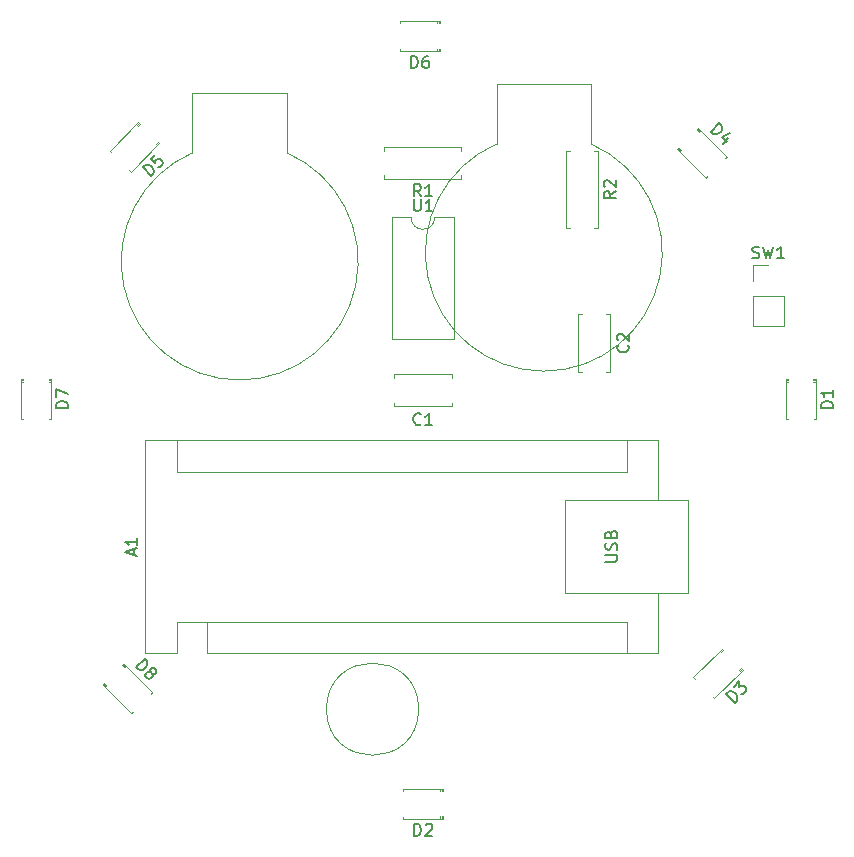
<source format=gbr>
%TF.GenerationSoftware,KiCad,Pcbnew,8.0.5*%
%TF.CreationDate,2024-12-03T21:08:25+09:00*%
%TF.ProjectId,IR_con,49525f63-6f6e-42e6-9b69-6361645f7063,rev?*%
%TF.SameCoordinates,Original*%
%TF.FileFunction,Legend,Top*%
%TF.FilePolarity,Positive*%
%FSLAX46Y46*%
G04 Gerber Fmt 4.6, Leading zero omitted, Abs format (unit mm)*
G04 Created by KiCad (PCBNEW 8.0.5) date 2024-12-03 21:08:25*
%MOMM*%
%LPD*%
G01*
G04 APERTURE LIST*
%ADD10C,0.150000*%
%ADD11C,0.100000*%
%ADD12C,0.120000*%
G04 APERTURE END LIST*
D10*
X136498095Y-63824819D02*
X136498095Y-64634342D01*
X136498095Y-64634342D02*
X136545714Y-64729580D01*
X136545714Y-64729580D02*
X136593333Y-64777200D01*
X136593333Y-64777200D02*
X136688571Y-64824819D01*
X136688571Y-64824819D02*
X136879047Y-64824819D01*
X136879047Y-64824819D02*
X136974285Y-64777200D01*
X136974285Y-64777200D02*
X137021904Y-64729580D01*
X137021904Y-64729580D02*
X137069523Y-64634342D01*
X137069523Y-64634342D02*
X137069523Y-63824819D01*
X138069523Y-64824819D02*
X137498095Y-64824819D01*
X137783809Y-64824819D02*
X137783809Y-63824819D01*
X137783809Y-63824819D02*
X137688571Y-63967676D01*
X137688571Y-63967676D02*
X137593333Y-64062914D01*
X137593333Y-64062914D02*
X137498095Y-64110533D01*
X165166667Y-68787200D02*
X165309524Y-68834819D01*
X165309524Y-68834819D02*
X165547619Y-68834819D01*
X165547619Y-68834819D02*
X165642857Y-68787200D01*
X165642857Y-68787200D02*
X165690476Y-68739580D01*
X165690476Y-68739580D02*
X165738095Y-68644342D01*
X165738095Y-68644342D02*
X165738095Y-68549104D01*
X165738095Y-68549104D02*
X165690476Y-68453866D01*
X165690476Y-68453866D02*
X165642857Y-68406247D01*
X165642857Y-68406247D02*
X165547619Y-68358628D01*
X165547619Y-68358628D02*
X165357143Y-68311009D01*
X165357143Y-68311009D02*
X165261905Y-68263390D01*
X165261905Y-68263390D02*
X165214286Y-68215771D01*
X165214286Y-68215771D02*
X165166667Y-68120533D01*
X165166667Y-68120533D02*
X165166667Y-68025295D01*
X165166667Y-68025295D02*
X165214286Y-67930057D01*
X165214286Y-67930057D02*
X165261905Y-67882438D01*
X165261905Y-67882438D02*
X165357143Y-67834819D01*
X165357143Y-67834819D02*
X165595238Y-67834819D01*
X165595238Y-67834819D02*
X165738095Y-67882438D01*
X166071429Y-67834819D02*
X166309524Y-68834819D01*
X166309524Y-68834819D02*
X166500000Y-68120533D01*
X166500000Y-68120533D02*
X166690476Y-68834819D01*
X166690476Y-68834819D02*
X166928572Y-67834819D01*
X167833333Y-68834819D02*
X167261905Y-68834819D01*
X167547619Y-68834819D02*
X167547619Y-67834819D01*
X167547619Y-67834819D02*
X167452381Y-67977676D01*
X167452381Y-67977676D02*
X167357143Y-68072914D01*
X167357143Y-68072914D02*
X167261905Y-68120533D01*
X153574819Y-63166666D02*
X153098628Y-63499999D01*
X153574819Y-63738094D02*
X152574819Y-63738094D01*
X152574819Y-63738094D02*
X152574819Y-63357142D01*
X152574819Y-63357142D02*
X152622438Y-63261904D01*
X152622438Y-63261904D02*
X152670057Y-63214285D01*
X152670057Y-63214285D02*
X152765295Y-63166666D01*
X152765295Y-63166666D02*
X152908152Y-63166666D01*
X152908152Y-63166666D02*
X153003390Y-63214285D01*
X153003390Y-63214285D02*
X153051009Y-63261904D01*
X153051009Y-63261904D02*
X153098628Y-63357142D01*
X153098628Y-63357142D02*
X153098628Y-63738094D01*
X152670057Y-62785713D02*
X152622438Y-62738094D01*
X152622438Y-62738094D02*
X152574819Y-62642856D01*
X152574819Y-62642856D02*
X152574819Y-62404761D01*
X152574819Y-62404761D02*
X152622438Y-62309523D01*
X152622438Y-62309523D02*
X152670057Y-62261904D01*
X152670057Y-62261904D02*
X152765295Y-62214285D01*
X152765295Y-62214285D02*
X152860533Y-62214285D01*
X152860533Y-62214285D02*
X153003390Y-62261904D01*
X153003390Y-62261904D02*
X153574819Y-62833332D01*
X153574819Y-62833332D02*
X153574819Y-62214285D01*
X137083333Y-63574819D02*
X136750000Y-63098628D01*
X136511905Y-63574819D02*
X136511905Y-62574819D01*
X136511905Y-62574819D02*
X136892857Y-62574819D01*
X136892857Y-62574819D02*
X136988095Y-62622438D01*
X136988095Y-62622438D02*
X137035714Y-62670057D01*
X137035714Y-62670057D02*
X137083333Y-62765295D01*
X137083333Y-62765295D02*
X137083333Y-62908152D01*
X137083333Y-62908152D02*
X137035714Y-63003390D01*
X137035714Y-63003390D02*
X136988095Y-63051009D01*
X136988095Y-63051009D02*
X136892857Y-63098628D01*
X136892857Y-63098628D02*
X136511905Y-63098628D01*
X138035714Y-63574819D02*
X137464286Y-63574819D01*
X137750000Y-63574819D02*
X137750000Y-62574819D01*
X137750000Y-62574819D02*
X137654762Y-62717676D01*
X137654762Y-62717676D02*
X137559524Y-62812914D01*
X137559524Y-62812914D02*
X137464286Y-62860533D01*
X113001008Y-103448096D02*
X113708115Y-102740990D01*
X113708115Y-102740990D02*
X113876474Y-102909348D01*
X113876474Y-102909348D02*
X113943817Y-103044035D01*
X113943817Y-103044035D02*
X113943817Y-103178722D01*
X113943817Y-103178722D02*
X113910145Y-103279738D01*
X113910145Y-103279738D02*
X113809130Y-103448096D01*
X113809130Y-103448096D02*
X113708115Y-103549112D01*
X113708115Y-103549112D02*
X113539756Y-103650127D01*
X113539756Y-103650127D02*
X113438741Y-103683799D01*
X113438741Y-103683799D02*
X113304054Y-103683799D01*
X113304054Y-103683799D02*
X113169367Y-103616455D01*
X113169367Y-103616455D02*
X113001008Y-103448096D01*
X114213191Y-103852157D02*
X114179519Y-103751142D01*
X114179519Y-103751142D02*
X114179519Y-103683799D01*
X114179519Y-103683799D02*
X114213191Y-103582783D01*
X114213191Y-103582783D02*
X114246863Y-103549112D01*
X114246863Y-103549112D02*
X114347878Y-103515440D01*
X114347878Y-103515440D02*
X114415222Y-103515440D01*
X114415222Y-103515440D02*
X114516237Y-103549112D01*
X114516237Y-103549112D02*
X114650924Y-103683799D01*
X114650924Y-103683799D02*
X114684596Y-103784814D01*
X114684596Y-103784814D02*
X114684596Y-103852157D01*
X114684596Y-103852157D02*
X114650924Y-103953173D01*
X114650924Y-103953173D02*
X114617252Y-103986844D01*
X114617252Y-103986844D02*
X114516237Y-104020516D01*
X114516237Y-104020516D02*
X114448893Y-104020516D01*
X114448893Y-104020516D02*
X114347878Y-103986844D01*
X114347878Y-103986844D02*
X114213191Y-103852157D01*
X114213191Y-103852157D02*
X114112176Y-103818486D01*
X114112176Y-103818486D02*
X114044832Y-103818486D01*
X114044832Y-103818486D02*
X113943817Y-103852157D01*
X113943817Y-103852157D02*
X113809130Y-103986844D01*
X113809130Y-103986844D02*
X113775458Y-104087860D01*
X113775458Y-104087860D02*
X113775458Y-104155203D01*
X113775458Y-104155203D02*
X113809130Y-104256218D01*
X113809130Y-104256218D02*
X113943817Y-104390905D01*
X113943817Y-104390905D02*
X114044832Y-104424577D01*
X114044832Y-104424577D02*
X114112176Y-104424577D01*
X114112176Y-104424577D02*
X114213191Y-104390905D01*
X114213191Y-104390905D02*
X114347878Y-104256218D01*
X114347878Y-104256218D02*
X114381550Y-104155203D01*
X114381550Y-104155203D02*
X114381550Y-104087860D01*
X114381550Y-104087860D02*
X114347878Y-103986844D01*
X107214819Y-81483094D02*
X106214819Y-81483094D01*
X106214819Y-81483094D02*
X106214819Y-81244999D01*
X106214819Y-81244999D02*
X106262438Y-81102142D01*
X106262438Y-81102142D02*
X106357676Y-81006904D01*
X106357676Y-81006904D02*
X106452914Y-80959285D01*
X106452914Y-80959285D02*
X106643390Y-80911666D01*
X106643390Y-80911666D02*
X106786247Y-80911666D01*
X106786247Y-80911666D02*
X106976723Y-80959285D01*
X106976723Y-80959285D02*
X107071961Y-81006904D01*
X107071961Y-81006904D02*
X107167200Y-81102142D01*
X107167200Y-81102142D02*
X107214819Y-81244999D01*
X107214819Y-81244999D02*
X107214819Y-81483094D01*
X106214819Y-80578332D02*
X106214819Y-79911666D01*
X106214819Y-79911666D02*
X107214819Y-80340237D01*
X136266905Y-52714819D02*
X136266905Y-51714819D01*
X136266905Y-51714819D02*
X136505000Y-51714819D01*
X136505000Y-51714819D02*
X136647857Y-51762438D01*
X136647857Y-51762438D02*
X136743095Y-51857676D01*
X136743095Y-51857676D02*
X136790714Y-51952914D01*
X136790714Y-51952914D02*
X136838333Y-52143390D01*
X136838333Y-52143390D02*
X136838333Y-52286247D01*
X136838333Y-52286247D02*
X136790714Y-52476723D01*
X136790714Y-52476723D02*
X136743095Y-52571961D01*
X136743095Y-52571961D02*
X136647857Y-52667200D01*
X136647857Y-52667200D02*
X136505000Y-52714819D01*
X136505000Y-52714819D02*
X136266905Y-52714819D01*
X137695476Y-51714819D02*
X137505000Y-51714819D01*
X137505000Y-51714819D02*
X137409762Y-51762438D01*
X137409762Y-51762438D02*
X137362143Y-51810057D01*
X137362143Y-51810057D02*
X137266905Y-51952914D01*
X137266905Y-51952914D02*
X137219286Y-52143390D01*
X137219286Y-52143390D02*
X137219286Y-52524342D01*
X137219286Y-52524342D02*
X137266905Y-52619580D01*
X137266905Y-52619580D02*
X137314524Y-52667200D01*
X137314524Y-52667200D02*
X137409762Y-52714819D01*
X137409762Y-52714819D02*
X137600238Y-52714819D01*
X137600238Y-52714819D02*
X137695476Y-52667200D01*
X137695476Y-52667200D02*
X137743095Y-52619580D01*
X137743095Y-52619580D02*
X137790714Y-52524342D01*
X137790714Y-52524342D02*
X137790714Y-52286247D01*
X137790714Y-52286247D02*
X137743095Y-52191009D01*
X137743095Y-52191009D02*
X137695476Y-52143390D01*
X137695476Y-52143390D02*
X137600238Y-52095771D01*
X137600238Y-52095771D02*
X137409762Y-52095771D01*
X137409762Y-52095771D02*
X137314524Y-52143390D01*
X137314524Y-52143390D02*
X137266905Y-52191009D01*
X137266905Y-52191009D02*
X137219286Y-52286247D01*
X114249729Y-61839604D02*
X113542623Y-61132497D01*
X113542623Y-61132497D02*
X113710981Y-60964138D01*
X113710981Y-60964138D02*
X113845668Y-60896795D01*
X113845668Y-60896795D02*
X113980355Y-60896795D01*
X113980355Y-60896795D02*
X114081371Y-60930467D01*
X114081371Y-60930467D02*
X114249729Y-61031482D01*
X114249729Y-61031482D02*
X114350745Y-61132497D01*
X114350745Y-61132497D02*
X114451760Y-61300856D01*
X114451760Y-61300856D02*
X114485432Y-61401871D01*
X114485432Y-61401871D02*
X114485432Y-61536558D01*
X114485432Y-61536558D02*
X114418088Y-61671245D01*
X114418088Y-61671245D02*
X114249729Y-61839604D01*
X114586447Y-60088673D02*
X114249729Y-60425390D01*
X114249729Y-60425390D02*
X114552775Y-60795780D01*
X114552775Y-60795780D02*
X114552775Y-60728436D01*
X114552775Y-60728436D02*
X114586447Y-60627421D01*
X114586447Y-60627421D02*
X114754806Y-60459062D01*
X114754806Y-60459062D02*
X114855821Y-60425390D01*
X114855821Y-60425390D02*
X114923164Y-60425390D01*
X114923164Y-60425390D02*
X115024180Y-60459062D01*
X115024180Y-60459062D02*
X115192538Y-60627421D01*
X115192538Y-60627421D02*
X115226210Y-60728436D01*
X115226210Y-60728436D02*
X115226210Y-60795780D01*
X115226210Y-60795780D02*
X115192538Y-60896795D01*
X115192538Y-60896795D02*
X115024180Y-61065154D01*
X115024180Y-61065154D02*
X114923164Y-61098825D01*
X114923164Y-61098825D02*
X114855821Y-61098825D01*
X161652569Y-58099657D02*
X162359676Y-57392551D01*
X162359676Y-57392551D02*
X162528035Y-57560909D01*
X162528035Y-57560909D02*
X162595378Y-57695596D01*
X162595378Y-57695596D02*
X162595378Y-57830283D01*
X162595378Y-57830283D02*
X162561706Y-57931299D01*
X162561706Y-57931299D02*
X162460691Y-58099657D01*
X162460691Y-58099657D02*
X162359676Y-58200673D01*
X162359676Y-58200673D02*
X162191317Y-58301688D01*
X162191317Y-58301688D02*
X162090302Y-58335360D01*
X162090302Y-58335360D02*
X161955615Y-58335360D01*
X161955615Y-58335360D02*
X161820928Y-58268016D01*
X161820928Y-58268016D02*
X161652569Y-58099657D01*
X163134126Y-58638405D02*
X162662722Y-59109810D01*
X163235141Y-58200673D02*
X162561706Y-58537390D01*
X162561706Y-58537390D02*
X162999439Y-58975123D01*
X163651291Y-106438043D02*
X162944185Y-105730936D01*
X162944185Y-105730936D02*
X163112543Y-105562577D01*
X163112543Y-105562577D02*
X163247230Y-105495234D01*
X163247230Y-105495234D02*
X163381917Y-105495234D01*
X163381917Y-105495234D02*
X163482933Y-105528906D01*
X163482933Y-105528906D02*
X163651291Y-105629921D01*
X163651291Y-105629921D02*
X163752307Y-105730936D01*
X163752307Y-105730936D02*
X163853322Y-105899295D01*
X163853322Y-105899295D02*
X163886994Y-106000310D01*
X163886994Y-106000310D02*
X163886994Y-106134997D01*
X163886994Y-106134997D02*
X163819650Y-106269684D01*
X163819650Y-106269684D02*
X163651291Y-106438043D01*
X163583948Y-105091173D02*
X164021681Y-104653440D01*
X164021681Y-104653440D02*
X164055352Y-105158516D01*
X164055352Y-105158516D02*
X164156368Y-105057501D01*
X164156368Y-105057501D02*
X164257383Y-105023829D01*
X164257383Y-105023829D02*
X164324726Y-105023829D01*
X164324726Y-105023829D02*
X164425742Y-105057501D01*
X164425742Y-105057501D02*
X164594100Y-105225860D01*
X164594100Y-105225860D02*
X164627772Y-105326875D01*
X164627772Y-105326875D02*
X164627772Y-105394219D01*
X164627772Y-105394219D02*
X164594100Y-105495234D01*
X164594100Y-105495234D02*
X164392070Y-105697264D01*
X164392070Y-105697264D02*
X164291055Y-105730936D01*
X164291055Y-105730936D02*
X164223711Y-105730936D01*
X136531905Y-117714819D02*
X136531905Y-116714819D01*
X136531905Y-116714819D02*
X136770000Y-116714819D01*
X136770000Y-116714819D02*
X136912857Y-116762438D01*
X136912857Y-116762438D02*
X137008095Y-116857676D01*
X137008095Y-116857676D02*
X137055714Y-116952914D01*
X137055714Y-116952914D02*
X137103333Y-117143390D01*
X137103333Y-117143390D02*
X137103333Y-117286247D01*
X137103333Y-117286247D02*
X137055714Y-117476723D01*
X137055714Y-117476723D02*
X137008095Y-117571961D01*
X137008095Y-117571961D02*
X136912857Y-117667200D01*
X136912857Y-117667200D02*
X136770000Y-117714819D01*
X136770000Y-117714819D02*
X136531905Y-117714819D01*
X137484286Y-116810057D02*
X137531905Y-116762438D01*
X137531905Y-116762438D02*
X137627143Y-116714819D01*
X137627143Y-116714819D02*
X137865238Y-116714819D01*
X137865238Y-116714819D02*
X137960476Y-116762438D01*
X137960476Y-116762438D02*
X138008095Y-116810057D01*
X138008095Y-116810057D02*
X138055714Y-116905295D01*
X138055714Y-116905295D02*
X138055714Y-117000533D01*
X138055714Y-117000533D02*
X138008095Y-117143390D01*
X138008095Y-117143390D02*
X137436667Y-117714819D01*
X137436667Y-117714819D02*
X138055714Y-117714819D01*
X171964819Y-81483094D02*
X170964819Y-81483094D01*
X170964819Y-81483094D02*
X170964819Y-81244999D01*
X170964819Y-81244999D02*
X171012438Y-81102142D01*
X171012438Y-81102142D02*
X171107676Y-81006904D01*
X171107676Y-81006904D02*
X171202914Y-80959285D01*
X171202914Y-80959285D02*
X171393390Y-80911666D01*
X171393390Y-80911666D02*
X171536247Y-80911666D01*
X171536247Y-80911666D02*
X171726723Y-80959285D01*
X171726723Y-80959285D02*
X171821961Y-81006904D01*
X171821961Y-81006904D02*
X171917200Y-81102142D01*
X171917200Y-81102142D02*
X171964819Y-81244999D01*
X171964819Y-81244999D02*
X171964819Y-81483094D01*
X171964819Y-79959285D02*
X171964819Y-80530713D01*
X171964819Y-80244999D02*
X170964819Y-80244999D01*
X170964819Y-80244999D02*
X171107676Y-80340237D01*
X171107676Y-80340237D02*
X171202914Y-80435475D01*
X171202914Y-80435475D02*
X171250533Y-80530713D01*
X154609580Y-76166666D02*
X154657200Y-76214285D01*
X154657200Y-76214285D02*
X154704819Y-76357142D01*
X154704819Y-76357142D02*
X154704819Y-76452380D01*
X154704819Y-76452380D02*
X154657200Y-76595237D01*
X154657200Y-76595237D02*
X154561961Y-76690475D01*
X154561961Y-76690475D02*
X154466723Y-76738094D01*
X154466723Y-76738094D02*
X154276247Y-76785713D01*
X154276247Y-76785713D02*
X154133390Y-76785713D01*
X154133390Y-76785713D02*
X153942914Y-76738094D01*
X153942914Y-76738094D02*
X153847676Y-76690475D01*
X153847676Y-76690475D02*
X153752438Y-76595237D01*
X153752438Y-76595237D02*
X153704819Y-76452380D01*
X153704819Y-76452380D02*
X153704819Y-76357142D01*
X153704819Y-76357142D02*
X153752438Y-76214285D01*
X153752438Y-76214285D02*
X153800057Y-76166666D01*
X153800057Y-75785713D02*
X153752438Y-75738094D01*
X153752438Y-75738094D02*
X153704819Y-75642856D01*
X153704819Y-75642856D02*
X153704819Y-75404761D01*
X153704819Y-75404761D02*
X153752438Y-75309523D01*
X153752438Y-75309523D02*
X153800057Y-75261904D01*
X153800057Y-75261904D02*
X153895295Y-75214285D01*
X153895295Y-75214285D02*
X153990533Y-75214285D01*
X153990533Y-75214285D02*
X154133390Y-75261904D01*
X154133390Y-75261904D02*
X154704819Y-75833332D01*
X154704819Y-75833332D02*
X154704819Y-75214285D01*
X137083333Y-82859580D02*
X137035714Y-82907200D01*
X137035714Y-82907200D02*
X136892857Y-82954819D01*
X136892857Y-82954819D02*
X136797619Y-82954819D01*
X136797619Y-82954819D02*
X136654762Y-82907200D01*
X136654762Y-82907200D02*
X136559524Y-82811961D01*
X136559524Y-82811961D02*
X136511905Y-82716723D01*
X136511905Y-82716723D02*
X136464286Y-82526247D01*
X136464286Y-82526247D02*
X136464286Y-82383390D01*
X136464286Y-82383390D02*
X136511905Y-82192914D01*
X136511905Y-82192914D02*
X136559524Y-82097676D01*
X136559524Y-82097676D02*
X136654762Y-82002438D01*
X136654762Y-82002438D02*
X136797619Y-81954819D01*
X136797619Y-81954819D02*
X136892857Y-81954819D01*
X136892857Y-81954819D02*
X137035714Y-82002438D01*
X137035714Y-82002438D02*
X137083333Y-82050057D01*
X138035714Y-82954819D02*
X137464286Y-82954819D01*
X137750000Y-82954819D02*
X137750000Y-81954819D01*
X137750000Y-81954819D02*
X137654762Y-82097676D01*
X137654762Y-82097676D02*
X137559524Y-82192914D01*
X137559524Y-82192914D02*
X137464286Y-82240533D01*
X112789104Y-93954285D02*
X112789104Y-93478095D01*
X113074819Y-94049523D02*
X112074819Y-93716190D01*
X112074819Y-93716190D02*
X113074819Y-93382857D01*
X113074819Y-92525714D02*
X113074819Y-93097142D01*
X113074819Y-92811428D02*
X112074819Y-92811428D01*
X112074819Y-92811428D02*
X112217676Y-92906666D01*
X112217676Y-92906666D02*
X112312914Y-93001904D01*
X112312914Y-93001904D02*
X112360533Y-93097142D01*
X152714819Y-94501904D02*
X153524342Y-94501904D01*
X153524342Y-94501904D02*
X153619580Y-94454285D01*
X153619580Y-94454285D02*
X153667200Y-94406666D01*
X153667200Y-94406666D02*
X153714819Y-94311428D01*
X153714819Y-94311428D02*
X153714819Y-94120952D01*
X153714819Y-94120952D02*
X153667200Y-94025714D01*
X153667200Y-94025714D02*
X153619580Y-93978095D01*
X153619580Y-93978095D02*
X153524342Y-93930476D01*
X153524342Y-93930476D02*
X152714819Y-93930476D01*
X153667200Y-93501904D02*
X153714819Y-93359047D01*
X153714819Y-93359047D02*
X153714819Y-93120952D01*
X153714819Y-93120952D02*
X153667200Y-93025714D01*
X153667200Y-93025714D02*
X153619580Y-92978095D01*
X153619580Y-92978095D02*
X153524342Y-92930476D01*
X153524342Y-92930476D02*
X153429104Y-92930476D01*
X153429104Y-92930476D02*
X153333866Y-92978095D01*
X153333866Y-92978095D02*
X153286247Y-93025714D01*
X153286247Y-93025714D02*
X153238628Y-93120952D01*
X153238628Y-93120952D02*
X153191009Y-93311428D01*
X153191009Y-93311428D02*
X153143390Y-93406666D01*
X153143390Y-93406666D02*
X153095771Y-93454285D01*
X153095771Y-93454285D02*
X153000533Y-93501904D01*
X153000533Y-93501904D02*
X152905295Y-93501904D01*
X152905295Y-93501904D02*
X152810057Y-93454285D01*
X152810057Y-93454285D02*
X152762438Y-93406666D01*
X152762438Y-93406666D02*
X152714819Y-93311428D01*
X152714819Y-93311428D02*
X152714819Y-93073333D01*
X152714819Y-93073333D02*
X152762438Y-92930476D01*
X153191009Y-92168571D02*
X153238628Y-92025714D01*
X153238628Y-92025714D02*
X153286247Y-91978095D01*
X153286247Y-91978095D02*
X153381485Y-91930476D01*
X153381485Y-91930476D02*
X153524342Y-91930476D01*
X153524342Y-91930476D02*
X153619580Y-91978095D01*
X153619580Y-91978095D02*
X153667200Y-92025714D01*
X153667200Y-92025714D02*
X153714819Y-92120952D01*
X153714819Y-92120952D02*
X153714819Y-92501904D01*
X153714819Y-92501904D02*
X152714819Y-92501904D01*
X152714819Y-92501904D02*
X152714819Y-92168571D01*
X152714819Y-92168571D02*
X152762438Y-92073333D01*
X152762438Y-92073333D02*
X152810057Y-92025714D01*
X152810057Y-92025714D02*
X152905295Y-91978095D01*
X152905295Y-91978095D02*
X153000533Y-91978095D01*
X153000533Y-91978095D02*
X153095771Y-92025714D01*
X153095771Y-92025714D02*
X153143390Y-92073333D01*
X153143390Y-92073333D02*
X153191009Y-92168571D01*
X153191009Y-92168571D02*
X153191009Y-92501904D01*
D11*
%TO.C,J2*%
X143500000Y-59150000D02*
X143500000Y-54050000D01*
X143500000Y-54050000D02*
X151500000Y-54050000D01*
X151500000Y-54050000D02*
X151500000Y-59150000D01*
X151500000Y-59150001D02*
G75*
G02*
X143500000Y-59150001I-4000000J-9199999D01*
G01*
%TO.C,J1*%
X117750000Y-59900000D02*
X117750000Y-54800000D01*
X117750000Y-54800000D02*
X125750000Y-54800000D01*
X125750000Y-54800000D02*
X125750000Y-59900000D01*
X125750000Y-59900001D02*
G75*
G02*
X117750000Y-59900001I-4000000J-9199999D01*
G01*
D12*
%TO.C,U1*%
X134610000Y-65370000D02*
X134610000Y-75650000D01*
X134610000Y-75650000D02*
X139910000Y-75650000D01*
X136260000Y-65370000D02*
X134610000Y-65370000D01*
X139910000Y-65370000D02*
X138260000Y-65370000D01*
X139910000Y-75650000D02*
X139910000Y-65370000D01*
X138260000Y-65370000D02*
G75*
G02*
X136260000Y-65370000I-1000000J0D01*
G01*
%TO.C,SW1*%
X165170000Y-69380000D02*
X166500000Y-69380000D01*
X165170000Y-70710000D02*
X165170000Y-69380000D01*
X165170000Y-71980000D02*
X165170000Y-74580000D01*
X165170000Y-71980000D02*
X167830000Y-71980000D01*
X165170000Y-74580000D02*
X167830000Y-74580000D01*
X167830000Y-71980000D02*
X167830000Y-74580000D01*
%TO.C,R2*%
X152120000Y-59730000D02*
X152120000Y-66270000D01*
X151790000Y-59730000D02*
X152120000Y-59730000D01*
X149710000Y-59730000D02*
X149380000Y-59730000D01*
X149380000Y-59730000D02*
X149380000Y-66270000D01*
X152120000Y-66270000D02*
X151790000Y-66270000D01*
X149380000Y-66270000D02*
X149710000Y-66270000D01*
%TO.C,R1*%
X140520000Y-62120000D02*
X133980000Y-62120000D01*
X140520000Y-61790000D02*
X140520000Y-62120000D01*
X140520000Y-59710000D02*
X140520000Y-59380000D01*
X140520000Y-59380000D02*
X133980000Y-59380000D01*
X133980000Y-62120000D02*
X133980000Y-61790000D01*
X133980000Y-59380000D02*
X133980000Y-59710000D01*
D11*
%TO.C,Q2*%
X136905125Y-107000000D02*
G75*
G02*
X129094875Y-107000000I-3905125J0D01*
G01*
X129094875Y-107000000D02*
G75*
G02*
X136905125Y-107000000I3905125J0D01*
G01*
D12*
%TO.C,D8*%
X112681335Y-107229899D02*
X112564663Y-107346572D01*
X114346572Y-105564663D02*
X114229899Y-105681335D01*
X110443342Y-104970693D02*
X110316063Y-105097972D01*
X112097972Y-103316063D02*
X111970693Y-103443342D01*
X110358490Y-104885840D02*
X110231210Y-105013119D01*
X112013119Y-103231210D02*
X111885840Y-103358490D01*
X110146357Y-104928267D02*
X112564663Y-107346572D01*
X110273637Y-104800987D02*
X110146357Y-104928267D01*
X111928267Y-103146357D02*
X114346572Y-105564663D01*
X111928267Y-103146357D02*
X111800987Y-103273637D01*
%TO.C,D7*%
X105760000Y-79035000D02*
X105580000Y-79035000D01*
X105760000Y-79035000D02*
X105760000Y-82455000D01*
X103420000Y-79035000D02*
X103240000Y-79035000D01*
X103240000Y-79035000D02*
X103240000Y-82455000D01*
X105760000Y-79155000D02*
X105580000Y-79155000D01*
X103420000Y-79155000D02*
X103240000Y-79155000D01*
X105760000Y-79275000D02*
X105580000Y-79275000D01*
X103420000Y-79275000D02*
X103240000Y-79275000D01*
X105760000Y-82455000D02*
X105595000Y-82455000D01*
X103405000Y-82455000D02*
X103240000Y-82455000D01*
%TO.C,D6*%
X138715000Y-51260000D02*
X138715000Y-51080000D01*
X138715000Y-51260000D02*
X135295000Y-51260000D01*
X138715000Y-48920000D02*
X138715000Y-48740000D01*
X138715000Y-48740000D02*
X135295000Y-48740000D01*
X138595000Y-51260000D02*
X138595000Y-51080000D01*
X138595000Y-48920000D02*
X138595000Y-48740000D01*
X138475000Y-51260000D02*
X138475000Y-51080000D01*
X138475000Y-48920000D02*
X138475000Y-48740000D01*
X135295000Y-51260000D02*
X135295000Y-51095000D01*
X135295000Y-48905000D02*
X135295000Y-48740000D01*
%TO.C,D5*%
X114952082Y-59079828D02*
X114824802Y-58952548D01*
X114952082Y-59079828D02*
X112533776Y-61498133D01*
X113297452Y-57425198D02*
X113170172Y-57297918D01*
X113170172Y-57297918D02*
X110751867Y-59716224D01*
X114867229Y-59164680D02*
X114739949Y-59037401D01*
X113212599Y-57510051D02*
X113085320Y-57382771D01*
X114782376Y-59249533D02*
X114655097Y-59122254D01*
X113127746Y-57594903D02*
X113000467Y-57467624D01*
X112533776Y-61498133D02*
X112417104Y-61381460D01*
X110868540Y-59832896D02*
X110751867Y-59716224D01*
%TO.C,D4*%
X160579828Y-57797918D02*
X160452548Y-57925198D01*
X160579828Y-57797918D02*
X162998133Y-60216224D01*
X158925198Y-59452548D02*
X158797918Y-59579828D01*
X158797918Y-59579828D02*
X161216224Y-61998133D01*
X160664680Y-57882771D02*
X160537401Y-58010051D01*
X159010051Y-59537401D02*
X158882771Y-59664680D01*
X160749533Y-57967624D02*
X160622254Y-58094903D01*
X159094903Y-59622254D02*
X158967624Y-59749533D01*
X162998133Y-60216224D02*
X162881460Y-60332896D01*
X161332896Y-61881460D02*
X161216224Y-61998133D01*
%TO.C,D3*%
X164353644Y-103678267D02*
X164226364Y-103550987D01*
X164353644Y-103678267D02*
X161935338Y-106096572D01*
X162699014Y-102023637D02*
X162571734Y-101896357D01*
X162571734Y-101896357D02*
X160153429Y-104314663D01*
X164268791Y-103763119D02*
X164141511Y-103635840D01*
X162614161Y-102108490D02*
X162486882Y-101981210D01*
X164183938Y-103847972D02*
X164056659Y-103720693D01*
X162529308Y-102193342D02*
X162402029Y-102066063D01*
X161935338Y-106096572D02*
X161818666Y-105979899D01*
X160270102Y-104431335D02*
X160153429Y-104314663D01*
%TO.C,D2*%
X138980000Y-116260000D02*
X138980000Y-116080000D01*
X138980000Y-116260000D02*
X135560000Y-116260000D01*
X138980000Y-113920000D02*
X138980000Y-113740000D01*
X138980000Y-113740000D02*
X135560000Y-113740000D01*
X138860000Y-116260000D02*
X138860000Y-116080000D01*
X138860000Y-113920000D02*
X138860000Y-113740000D01*
X138740000Y-116260000D02*
X138740000Y-116080000D01*
X138740000Y-113920000D02*
X138740000Y-113740000D01*
X135560000Y-116260000D02*
X135560000Y-116095000D01*
X135560000Y-113905000D02*
X135560000Y-113740000D01*
%TO.C,D1*%
X170510000Y-79035000D02*
X170330000Y-79035000D01*
X170510000Y-79035000D02*
X170510000Y-82455000D01*
X168170000Y-79035000D02*
X167990000Y-79035000D01*
X167990000Y-79035000D02*
X167990000Y-82455000D01*
X170510000Y-79155000D02*
X170330000Y-79155000D01*
X168170000Y-79155000D02*
X167990000Y-79155000D01*
X170510000Y-79275000D02*
X170330000Y-79275000D01*
X168170000Y-79275000D02*
X167990000Y-79275000D01*
X170510000Y-82455000D02*
X170345000Y-82455000D01*
X168155000Y-82455000D02*
X167990000Y-82455000D01*
%TO.C,C2*%
X153120000Y-73530000D02*
X152805000Y-73530000D01*
X153120000Y-73530000D02*
X153120000Y-78470000D01*
X150695000Y-73530000D02*
X150380000Y-73530000D01*
X150380000Y-73530000D02*
X150380000Y-78470000D01*
X153120000Y-78470000D02*
X152805000Y-78470000D01*
X150695000Y-78470000D02*
X150380000Y-78470000D01*
%TO.C,C1*%
X139720000Y-81370000D02*
X139720000Y-81055000D01*
X139720000Y-81370000D02*
X134780000Y-81370000D01*
X139720000Y-78945000D02*
X139720000Y-78630000D01*
X139720000Y-78630000D02*
X134780000Y-78630000D01*
X134780000Y-81370000D02*
X134780000Y-81055000D01*
X134780000Y-78945000D02*
X134780000Y-78630000D01*
%TO.C,A1*%
X113760000Y-102260000D02*
X116430000Y-102260000D01*
X118970000Y-102260000D02*
X157200000Y-102260000D01*
X157200000Y-102260000D02*
X157200000Y-97180000D01*
X116430000Y-99590000D02*
X116430000Y-102260000D01*
X118970000Y-99590000D02*
X118970000Y-102260000D01*
X118970000Y-99590000D02*
X116430000Y-99590000D01*
X118970000Y-99590000D02*
X154530000Y-99590000D01*
X154530000Y-99590000D02*
X154530000Y-102260000D01*
X149320000Y-97180000D02*
X149320000Y-89300000D01*
X159740000Y-97180000D02*
X149320000Y-97180000D01*
X149320000Y-89300000D02*
X159740000Y-89300000D01*
X159740000Y-89300000D02*
X159740000Y-97180000D01*
X116430000Y-86890000D02*
X154530000Y-86890000D01*
X116430000Y-86890000D02*
X116430000Y-84220000D01*
X154530000Y-86890000D02*
X154530000Y-84220000D01*
X113760000Y-84220000D02*
X113760000Y-102260000D01*
X157200000Y-84220000D02*
X157200000Y-89300000D01*
X157200000Y-84220000D02*
X113760000Y-84220000D01*
%TD*%
M02*

</source>
